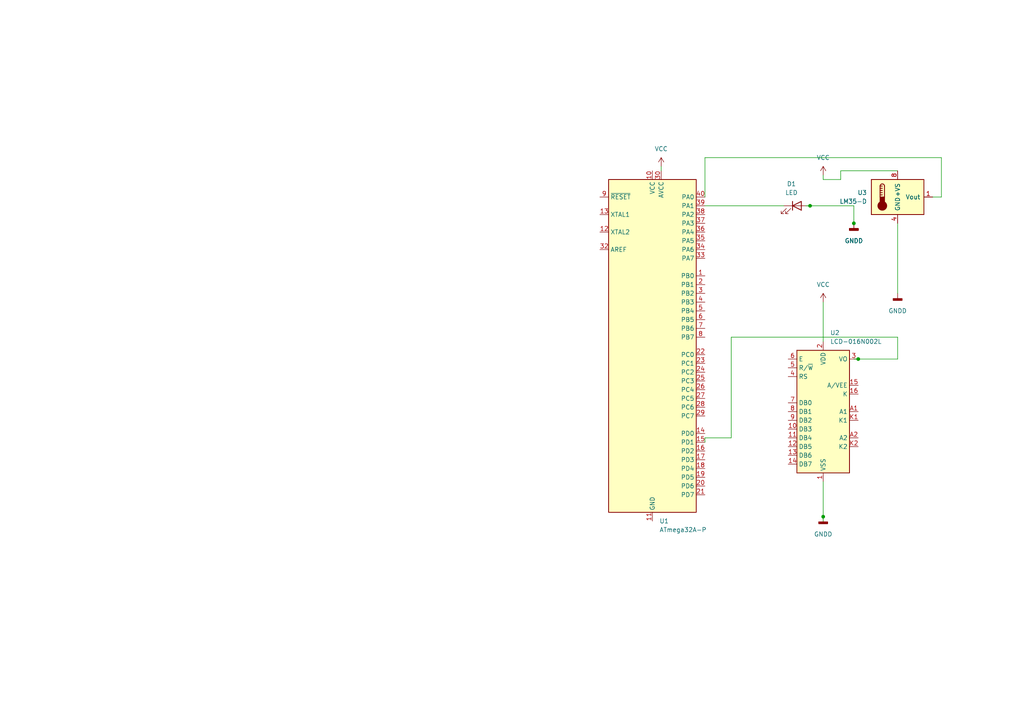
<source format=kicad_sch>
(kicad_sch (version 20211123) (generator eeschema)

  (uuid 1907b513-d066-4ee5-8ff7-835639237757)

  (paper "A4")

  (lib_symbols
    (symbol "Device:LED" (pin_numbers hide) (pin_names (offset 1.016) hide) (in_bom yes) (on_board yes)
      (property "Reference" "D" (id 0) (at 0 2.54 0)
        (effects (font (size 1.27 1.27)))
      )
      (property "Value" "LED" (id 1) (at 0 -2.54 0)
        (effects (font (size 1.27 1.27)))
      )
      (property "Footprint" "" (id 2) (at 0 0 0)
        (effects (font (size 1.27 1.27)) hide)
      )
      (property "Datasheet" "~" (id 3) (at 0 0 0)
        (effects (font (size 1.27 1.27)) hide)
      )
      (property "ki_keywords" "LED diode" (id 4) (at 0 0 0)
        (effects (font (size 1.27 1.27)) hide)
      )
      (property "ki_description" "Light emitting diode" (id 5) (at 0 0 0)
        (effects (font (size 1.27 1.27)) hide)
      )
      (property "ki_fp_filters" "LED* LED_SMD:* LED_THT:*" (id 6) (at 0 0 0)
        (effects (font (size 1.27 1.27)) hide)
      )
      (symbol "LED_0_1"
        (polyline
          (pts
            (xy -1.27 -1.27)
            (xy -1.27 1.27)
          )
          (stroke (width 0.254) (type default) (color 0 0 0 0))
          (fill (type none))
        )
        (polyline
          (pts
            (xy -1.27 0)
            (xy 1.27 0)
          )
          (stroke (width 0) (type default) (color 0 0 0 0))
          (fill (type none))
        )
        (polyline
          (pts
            (xy 1.27 -1.27)
            (xy 1.27 1.27)
            (xy -1.27 0)
            (xy 1.27 -1.27)
          )
          (stroke (width 0.254) (type default) (color 0 0 0 0))
          (fill (type none))
        )
        (polyline
          (pts
            (xy -3.048 -0.762)
            (xy -4.572 -2.286)
            (xy -3.81 -2.286)
            (xy -4.572 -2.286)
            (xy -4.572 -1.524)
          )
          (stroke (width 0) (type default) (color 0 0 0 0))
          (fill (type none))
        )
        (polyline
          (pts
            (xy -1.778 -0.762)
            (xy -3.302 -2.286)
            (xy -2.54 -2.286)
            (xy -3.302 -2.286)
            (xy -3.302 -1.524)
          )
          (stroke (width 0) (type default) (color 0 0 0 0))
          (fill (type none))
        )
      )
      (symbol "LED_1_1"
        (pin passive line (at -3.81 0 0) (length 2.54)
          (name "K" (effects (font (size 1.27 1.27))))
          (number "1" (effects (font (size 1.27 1.27))))
        )
        (pin passive line (at 3.81 0 180) (length 2.54)
          (name "A" (effects (font (size 1.27 1.27))))
          (number "2" (effects (font (size 1.27 1.27))))
        )
      )
    )
    (symbol "Display_Character:LCD-016N002L" (in_bom yes) (on_board yes)
      (property "Reference" "U" (id 0) (at -6.35 18.796 0)
        (effects (font (size 1.27 1.27)))
      )
      (property "Value" "LCD-016N002L" (id 1) (at 8.636 18.796 0)
        (effects (font (size 1.27 1.27)))
      )
      (property "Footprint" "Display:LCD-016N002L" (id 2) (at 0.508 -23.368 0)
        (effects (font (size 1.27 1.27)) hide)
      )
      (property "Datasheet" "http://www.vishay.com/docs/37299/37299.pdf" (id 3) (at 12.7 -7.62 0)
        (effects (font (size 1.27 1.27)) hide)
      )
      (property "ki_keywords" "display LCD dot-matrix" (id 4) (at 0 0 0)
        (effects (font (size 1.27 1.27)) hide)
      )
      (property "ki_description" "LCD 12x2, 8 bit parallel bus, 3V or 5V VDD" (id 5) (at 0 0 0)
        (effects (font (size 1.27 1.27)) hide)
      )
      (property "ki_fp_filters" "*LCD*016N002L*" (id 6) (at 0 0 0)
        (effects (font (size 1.27 1.27)) hide)
      )
      (symbol "LCD-016N002L_1_1"
        (rectangle (start -7.62 17.78) (end 7.62 -17.78)
          (stroke (width 0.254) (type default) (color 0 0 0 0))
          (fill (type background))
        )
        (pin power_in line (at 0 -20.32 90) (length 2.54)
          (name "VSS" (effects (font (size 1.27 1.27))))
          (number "1" (effects (font (size 1.27 1.27))))
        )
        (pin bidirectional line (at -10.16 -5.08 0) (length 2.54)
          (name "DB3" (effects (font (size 1.27 1.27))))
          (number "10" (effects (font (size 1.27 1.27))))
        )
        (pin bidirectional line (at -10.16 -7.62 0) (length 2.54)
          (name "DB4" (effects (font (size 1.27 1.27))))
          (number "11" (effects (font (size 1.27 1.27))))
        )
        (pin bidirectional line (at -10.16 -10.16 0) (length 2.54)
          (name "DB5" (effects (font (size 1.27 1.27))))
          (number "12" (effects (font (size 1.27 1.27))))
        )
        (pin bidirectional line (at -10.16 -12.7 0) (length 2.54)
          (name "DB6" (effects (font (size 1.27 1.27))))
          (number "13" (effects (font (size 1.27 1.27))))
        )
        (pin bidirectional line (at -10.16 -15.24 0) (length 2.54)
          (name "DB7" (effects (font (size 1.27 1.27))))
          (number "14" (effects (font (size 1.27 1.27))))
        )
        (pin power_in line (at 10.16 7.62 180) (length 2.54)
          (name "A/VEE" (effects (font (size 1.27 1.27))))
          (number "15" (effects (font (size 1.27 1.27))))
        )
        (pin power_in line (at 10.16 5.08 180) (length 2.54)
          (name "K" (effects (font (size 1.27 1.27))))
          (number "16" (effects (font (size 1.27 1.27))))
        )
        (pin power_in line (at 0 20.32 270) (length 2.54)
          (name "VDD" (effects (font (size 1.27 1.27))))
          (number "2" (effects (font (size 1.27 1.27))))
        )
        (pin input line (at 10.16 15.24 180) (length 2.54)
          (name "VO" (effects (font (size 1.27 1.27))))
          (number "3" (effects (font (size 1.27 1.27))))
        )
        (pin input line (at -10.16 10.16 0) (length 2.54)
          (name "RS" (effects (font (size 1.27 1.27))))
          (number "4" (effects (font (size 1.27 1.27))))
        )
        (pin input line (at -10.16 12.7 0) (length 2.54)
          (name "R/~{W}" (effects (font (size 1.27 1.27))))
          (number "5" (effects (font (size 1.27 1.27))))
        )
        (pin input line (at -10.16 15.24 0) (length 2.54)
          (name "E" (effects (font (size 1.27 1.27))))
          (number "6" (effects (font (size 1.27 1.27))))
        )
        (pin bidirectional line (at -10.16 2.54 0) (length 2.54)
          (name "DB0" (effects (font (size 1.27 1.27))))
          (number "7" (effects (font (size 1.27 1.27))))
        )
        (pin bidirectional line (at -10.16 0 0) (length 2.54)
          (name "DB1" (effects (font (size 1.27 1.27))))
          (number "8" (effects (font (size 1.27 1.27))))
        )
        (pin bidirectional line (at -10.16 -2.54 0) (length 2.54)
          (name "DB2" (effects (font (size 1.27 1.27))))
          (number "9" (effects (font (size 1.27 1.27))))
        )
        (pin power_in line (at 10.16 0 180) (length 2.54)
          (name "A1" (effects (font (size 1.27 1.27))))
          (number "A1" (effects (font (size 1.27 1.27))))
        )
        (pin power_in line (at 10.16 -7.62 180) (length 2.54)
          (name "A2" (effects (font (size 1.27 1.27))))
          (number "A2" (effects (font (size 1.27 1.27))))
        )
        (pin power_in line (at 10.16 -2.54 180) (length 2.54)
          (name "K1" (effects (font (size 1.27 1.27))))
          (number "K1" (effects (font (size 1.27 1.27))))
        )
        (pin power_in line (at 10.16 -10.16 180) (length 2.54)
          (name "K2" (effects (font (size 1.27 1.27))))
          (number "K2" (effects (font (size 1.27 1.27))))
        )
      )
    )
    (symbol "MCU_Microchip_ATmega:ATmega32A-P" (in_bom yes) (on_board yes)
      (property "Reference" "U" (id 0) (at -12.7 49.53 0)
        (effects (font (size 1.27 1.27)) (justify left bottom))
      )
      (property "Value" "ATmega32A-P" (id 1) (at 2.54 -49.53 0)
        (effects (font (size 1.27 1.27)) (justify left top))
      )
      (property "Footprint" "Package_DIP:DIP-40_W15.24mm" (id 2) (at 0 0 0)
        (effects (font (size 1.27 1.27) italic) hide)
      )
      (property "Datasheet" "http://ww1.microchip.com/downloads/en/DeviceDoc/atmel-8155-8-bit-microcontroller-avr-atmega32a_datasheet.pdf" (id 3) (at 0 0 0)
        (effects (font (size 1.27 1.27)) hide)
      )
      (property "ki_keywords" "AVR 8bit Microcontroller MegaAVR" (id 4) (at 0 0 0)
        (effects (font (size 1.27 1.27)) hide)
      )
      (property "ki_description" "16MHz, 32kB Flash, 2kB SRAM, 1kB EEPROM, JTAG, DIP-40" (id 5) (at 0 0 0)
        (effects (font (size 1.27 1.27)) hide)
      )
      (property "ki_fp_filters" "DIP*W15.24mm*" (id 6) (at 0 0 0)
        (effects (font (size 1.27 1.27)) hide)
      )
      (symbol "ATmega32A-P_0_1"
        (rectangle (start -12.7 -48.26) (end 12.7 48.26)
          (stroke (width 0.254) (type default) (color 0 0 0 0))
          (fill (type background))
        )
      )
      (symbol "ATmega32A-P_1_1"
        (pin bidirectional line (at 15.24 20.32 180) (length 2.54)
          (name "PB0" (effects (font (size 1.27 1.27))))
          (number "1" (effects (font (size 1.27 1.27))))
        )
        (pin power_in line (at 0 50.8 270) (length 2.54)
          (name "VCC" (effects (font (size 1.27 1.27))))
          (number "10" (effects (font (size 1.27 1.27))))
        )
        (pin power_in line (at 0 -50.8 90) (length 2.54)
          (name "GND" (effects (font (size 1.27 1.27))))
          (number "11" (effects (font (size 1.27 1.27))))
        )
        (pin output line (at -15.24 33.02 0) (length 2.54)
          (name "XTAL2" (effects (font (size 1.27 1.27))))
          (number "12" (effects (font (size 1.27 1.27))))
        )
        (pin input line (at -15.24 38.1 0) (length 2.54)
          (name "XTAL1" (effects (font (size 1.27 1.27))))
          (number "13" (effects (font (size 1.27 1.27))))
        )
        (pin bidirectional line (at 15.24 -25.4 180) (length 2.54)
          (name "PD0" (effects (font (size 1.27 1.27))))
          (number "14" (effects (font (size 1.27 1.27))))
        )
        (pin bidirectional line (at 15.24 -27.94 180) (length 2.54)
          (name "PD1" (effects (font (size 1.27 1.27))))
          (number "15" (effects (font (size 1.27 1.27))))
        )
        (pin bidirectional line (at 15.24 -30.48 180) (length 2.54)
          (name "PD2" (effects (font (size 1.27 1.27))))
          (number "16" (effects (font (size 1.27 1.27))))
        )
        (pin bidirectional line (at 15.24 -33.02 180) (length 2.54)
          (name "PD3" (effects (font (size 1.27 1.27))))
          (number "17" (effects (font (size 1.27 1.27))))
        )
        (pin bidirectional line (at 15.24 -35.56 180) (length 2.54)
          (name "PD4" (effects (font (size 1.27 1.27))))
          (number "18" (effects (font (size 1.27 1.27))))
        )
        (pin bidirectional line (at 15.24 -38.1 180) (length 2.54)
          (name "PD5" (effects (font (size 1.27 1.27))))
          (number "19" (effects (font (size 1.27 1.27))))
        )
        (pin bidirectional line (at 15.24 17.78 180) (length 2.54)
          (name "PB1" (effects (font (size 1.27 1.27))))
          (number "2" (effects (font (size 1.27 1.27))))
        )
        (pin bidirectional line (at 15.24 -40.64 180) (length 2.54)
          (name "PD6" (effects (font (size 1.27 1.27))))
          (number "20" (effects (font (size 1.27 1.27))))
        )
        (pin bidirectional line (at 15.24 -43.18 180) (length 2.54)
          (name "PD7" (effects (font (size 1.27 1.27))))
          (number "21" (effects (font (size 1.27 1.27))))
        )
        (pin bidirectional line (at 15.24 -2.54 180) (length 2.54)
          (name "PC0" (effects (font (size 1.27 1.27))))
          (number "22" (effects (font (size 1.27 1.27))))
        )
        (pin bidirectional line (at 15.24 -5.08 180) (length 2.54)
          (name "PC1" (effects (font (size 1.27 1.27))))
          (number "23" (effects (font (size 1.27 1.27))))
        )
        (pin bidirectional line (at 15.24 -7.62 180) (length 2.54)
          (name "PC2" (effects (font (size 1.27 1.27))))
          (number "24" (effects (font (size 1.27 1.27))))
        )
        (pin bidirectional line (at 15.24 -10.16 180) (length 2.54)
          (name "PC3" (effects (font (size 1.27 1.27))))
          (number "25" (effects (font (size 1.27 1.27))))
        )
        (pin bidirectional line (at 15.24 -12.7 180) (length 2.54)
          (name "PC4" (effects (font (size 1.27 1.27))))
          (number "26" (effects (font (size 1.27 1.27))))
        )
        (pin bidirectional line (at 15.24 -15.24 180) (length 2.54)
          (name "PC5" (effects (font (size 1.27 1.27))))
          (number "27" (effects (font (size 1.27 1.27))))
        )
        (pin bidirectional line (at 15.24 -17.78 180) (length 2.54)
          (name "PC6" (effects (font (size 1.27 1.27))))
          (number "28" (effects (font (size 1.27 1.27))))
        )
        (pin bidirectional line (at 15.24 -20.32 180) (length 2.54)
          (name "PC7" (effects (font (size 1.27 1.27))))
          (number "29" (effects (font (size 1.27 1.27))))
        )
        (pin bidirectional line (at 15.24 15.24 180) (length 2.54)
          (name "PB2" (effects (font (size 1.27 1.27))))
          (number "3" (effects (font (size 1.27 1.27))))
        )
        (pin power_in line (at 2.54 50.8 270) (length 2.54)
          (name "AVCC" (effects (font (size 1.27 1.27))))
          (number "30" (effects (font (size 1.27 1.27))))
        )
        (pin passive line (at 0 -50.8 90) (length 2.54) hide
          (name "GND" (effects (font (size 1.27 1.27))))
          (number "31" (effects (font (size 1.27 1.27))))
        )
        (pin passive line (at -15.24 27.94 0) (length 2.54)
          (name "AREF" (effects (font (size 1.27 1.27))))
          (number "32" (effects (font (size 1.27 1.27))))
        )
        (pin bidirectional line (at 15.24 25.4 180) (length 2.54)
          (name "PA7" (effects (font (size 1.27 1.27))))
          (number "33" (effects (font (size 1.27 1.27))))
        )
        (pin bidirectional line (at 15.24 27.94 180) (length 2.54)
          (name "PA6" (effects (font (size 1.27 1.27))))
          (number "34" (effects (font (size 1.27 1.27))))
        )
        (pin bidirectional line (at 15.24 30.48 180) (length 2.54)
          (name "PA5" (effects (font (size 1.27 1.27))))
          (number "35" (effects (font (size 1.27 1.27))))
        )
        (pin bidirectional line (at 15.24 33.02 180) (length 2.54)
          (name "PA4" (effects (font (size 1.27 1.27))))
          (number "36" (effects (font (size 1.27 1.27))))
        )
        (pin bidirectional line (at 15.24 35.56 180) (length 2.54)
          (name "PA3" (effects (font (size 1.27 1.27))))
          (number "37" (effects (font (size 1.27 1.27))))
        )
        (pin bidirectional line (at 15.24 38.1 180) (length 2.54)
          (name "PA2" (effects (font (size 1.27 1.27))))
          (number "38" (effects (font (size 1.27 1.27))))
        )
        (pin bidirectional line (at 15.24 40.64 180) (length 2.54)
          (name "PA1" (effects (font (size 1.27 1.27))))
          (number "39" (effects (font (size 1.27 1.27))))
        )
        (pin bidirectional line (at 15.24 12.7 180) (length 2.54)
          (name "PB3" (effects (font (size 1.27 1.27))))
          (number "4" (effects (font (size 1.27 1.27))))
        )
        (pin bidirectional line (at 15.24 43.18 180) (length 2.54)
          (name "PA0" (effects (font (size 1.27 1.27))))
          (number "40" (effects (font (size 1.27 1.27))))
        )
        (pin bidirectional line (at 15.24 10.16 180) (length 2.54)
          (name "PB4" (effects (font (size 1.27 1.27))))
          (number "5" (effects (font (size 1.27 1.27))))
        )
        (pin bidirectional line (at 15.24 7.62 180) (length 2.54)
          (name "PB5" (effects (font (size 1.27 1.27))))
          (number "6" (effects (font (size 1.27 1.27))))
        )
        (pin bidirectional line (at 15.24 5.08 180) (length 2.54)
          (name "PB6" (effects (font (size 1.27 1.27))))
          (number "7" (effects (font (size 1.27 1.27))))
        )
        (pin bidirectional line (at 15.24 2.54 180) (length 2.54)
          (name "PB7" (effects (font (size 1.27 1.27))))
          (number "8" (effects (font (size 1.27 1.27))))
        )
        (pin input line (at -15.24 43.18 0) (length 2.54)
          (name "~{RESET}" (effects (font (size 1.27 1.27))))
          (number "9" (effects (font (size 1.27 1.27))))
        )
      )
    )
    (symbol "Sensor_Temperature:LM35-D" (pin_names (offset 1.016)) (in_bom yes) (on_board yes)
      (property "Reference" "U" (id 0) (at -6.35 6.35 0)
        (effects (font (size 1.27 1.27)))
      )
      (property "Value" "LM35-D" (id 1) (at 1.27 6.35 0)
        (effects (font (size 1.27 1.27)) (justify left))
      )
      (property "Footprint" "Package_SO:SOIC-8_3.9x4.9mm_P1.27mm" (id 2) (at 0 -10.16 0)
        (effects (font (size 1.27 1.27)) hide)
      )
      (property "Datasheet" "http://www.ti.com/lit/ds/symlink/lm35.pdf" (id 3) (at 0 0 0)
        (effects (font (size 1.27 1.27)) hide)
      )
      (property "ki_keywords" "temperature sensor thermistor" (id 4) (at 0 0 0)
        (effects (font (size 1.27 1.27)) hide)
      )
      (property "ki_description" "Precision centigrade temperature sensor, SOIC-8" (id 5) (at 0 0 0)
        (effects (font (size 1.27 1.27)) hide)
      )
      (property "ki_fp_filters" "SOIC*" (id 6) (at 0 0 0)
        (effects (font (size 1.27 1.27)) hide)
      )
      (symbol "LM35-D_0_1"
        (rectangle (start -7.62 5.08) (end 7.62 -5.08)
          (stroke (width 0.254) (type default) (color 0 0 0 0))
          (fill (type background))
        )
        (circle (center -4.445 -2.54) (radius 1.27)
          (stroke (width 0.254) (type default) (color 0 0 0 0))
          (fill (type outline))
        )
        (rectangle (start -3.81 -1.905) (end -5.08 0)
          (stroke (width 0.254) (type default) (color 0 0 0 0))
          (fill (type outline))
        )
        (arc (start -3.81 3.175) (mid -4.445 3.81) (end -5.08 3.175)
          (stroke (width 0.254) (type default) (color 0 0 0 0))
          (fill (type none))
        )
        (polyline
          (pts
            (xy -5.08 0.635)
            (xy -4.445 0.635)
          )
          (stroke (width 0.254) (type default) (color 0 0 0 0))
          (fill (type none))
        )
        (polyline
          (pts
            (xy -5.08 1.27)
            (xy -4.445 1.27)
          )
          (stroke (width 0.254) (type default) (color 0 0 0 0))
          (fill (type none))
        )
        (polyline
          (pts
            (xy -5.08 1.905)
            (xy -4.445 1.905)
          )
          (stroke (width 0.254) (type default) (color 0 0 0 0))
          (fill (type none))
        )
        (polyline
          (pts
            (xy -5.08 2.54)
            (xy -4.445 2.54)
          )
          (stroke (width 0.254) (type default) (color 0 0 0 0))
          (fill (type none))
        )
        (polyline
          (pts
            (xy -5.08 3.175)
            (xy -5.08 0)
          )
          (stroke (width 0.254) (type default) (color 0 0 0 0))
          (fill (type none))
        )
        (polyline
          (pts
            (xy -5.08 3.175)
            (xy -4.445 3.175)
          )
          (stroke (width 0.254) (type default) (color 0 0 0 0))
          (fill (type none))
        )
        (polyline
          (pts
            (xy -3.81 3.175)
            (xy -3.81 0)
          )
          (stroke (width 0.254) (type default) (color 0 0 0 0))
          (fill (type none))
        )
      )
      (symbol "LM35-D_1_1"
        (pin output line (at 10.16 0 180) (length 2.54)
          (name "Vout" (effects (font (size 1.27 1.27))))
          (number "1" (effects (font (size 1.27 1.27))))
        )
        (pin no_connect line (at -2.54 -7.62 90) (length 2.54) hide
          (name "NC" (effects (font (size 1.27 1.27))))
          (number "2" (effects (font (size 1.27 1.27))))
        )
        (pin no_connect line (at -2.54 7.62 270) (length 2.54) hide
          (name "NC" (effects (font (size 1.27 1.27))))
          (number "3" (effects (font (size 1.27 1.27))))
        )
        (pin power_in line (at 0 -7.62 90) (length 2.54)
          (name "GND" (effects (font (size 1.27 1.27))))
          (number "4" (effects (font (size 1.27 1.27))))
        )
        (pin no_connect line (at 2.54 -7.62 90) (length 2.54) hide
          (name "NC" (effects (font (size 1.27 1.27))))
          (number "5" (effects (font (size 1.27 1.27))))
        )
        (pin no_connect line (at 5.08 -7.62 90) (length 2.54) hide
          (name "NC" (effects (font (size 1.27 1.27))))
          (number "6" (effects (font (size 1.27 1.27))))
        )
        (pin no_connect line (at 10.16 2.54 180) (length 2.54) hide
          (name "NC" (effects (font (size 1.27 1.27))))
          (number "7" (effects (font (size 1.27 1.27))))
        )
        (pin power_in line (at 0 7.62 270) (length 2.54)
          (name "+VS" (effects (font (size 1.27 1.27))))
          (number "8" (effects (font (size 1.27 1.27))))
        )
      )
    )
    (symbol "power:GNDD" (power) (pin_names (offset 0)) (in_bom yes) (on_board yes)
      (property "Reference" "#PWR" (id 0) (at 0 -6.35 0)
        (effects (font (size 1.27 1.27)) hide)
      )
      (property "Value" "GNDD" (id 1) (at 0 -3.175 0)
        (effects (font (size 1.27 1.27)))
      )
      (property "Footprint" "" (id 2) (at 0 0 0)
        (effects (font (size 1.27 1.27)) hide)
      )
      (property "Datasheet" "" (id 3) (at 0 0 0)
        (effects (font (size 1.27 1.27)) hide)
      )
      (property "ki_keywords" "power-flag" (id 4) (at 0 0 0)
        (effects (font (size 1.27 1.27)) hide)
      )
      (property "ki_description" "Power symbol creates a global label with name \"GNDD\" , digital ground" (id 5) (at 0 0 0)
        (effects (font (size 1.27 1.27)) hide)
      )
      (symbol "GNDD_0_1"
        (rectangle (start -1.27 -1.524) (end 1.27 -2.032)
          (stroke (width 0.254) (type default) (color 0 0 0 0))
          (fill (type outline))
        )
        (polyline
          (pts
            (xy 0 0)
            (xy 0 -1.524)
          )
          (stroke (width 0) (type default) (color 0 0 0 0))
          (fill (type none))
        )
      )
      (symbol "GNDD_1_1"
        (pin power_in line (at 0 0 270) (length 0) hide
          (name "GNDD" (effects (font (size 1.27 1.27))))
          (number "1" (effects (font (size 1.27 1.27))))
        )
      )
    )
    (symbol "power:VCC" (power) (pin_names (offset 0)) (in_bom yes) (on_board yes)
      (property "Reference" "#PWR" (id 0) (at 0 -3.81 0)
        (effects (font (size 1.27 1.27)) hide)
      )
      (property "Value" "VCC" (id 1) (at 0 3.81 0)
        (effects (font (size 1.27 1.27)))
      )
      (property "Footprint" "" (id 2) (at 0 0 0)
        (effects (font (size 1.27 1.27)) hide)
      )
      (property "Datasheet" "" (id 3) (at 0 0 0)
        (effects (font (size 1.27 1.27)) hide)
      )
      (property "ki_keywords" "power-flag" (id 4) (at 0 0 0)
        (effects (font (size 1.27 1.27)) hide)
      )
      (property "ki_description" "Power symbol creates a global label with name \"VCC\"" (id 5) (at 0 0 0)
        (effects (font (size 1.27 1.27)) hide)
      )
      (symbol "VCC_0_1"
        (polyline
          (pts
            (xy -0.762 1.27)
            (xy 0 2.54)
          )
          (stroke (width 0) (type default) (color 0 0 0 0))
          (fill (type none))
        )
        (polyline
          (pts
            (xy 0 0)
            (xy 0 2.54)
          )
          (stroke (width 0) (type default) (color 0 0 0 0))
          (fill (type none))
        )
        (polyline
          (pts
            (xy 0 2.54)
            (xy 0.762 1.27)
          )
          (stroke (width 0) (type default) (color 0 0 0 0))
          (fill (type none))
        )
      )
      (symbol "VCC_1_1"
        (pin power_in line (at 0 0 90) (length 0) hide
          (name "VCC" (effects (font (size 1.27 1.27))))
          (number "1" (effects (font (size 1.27 1.27))))
        )
      )
    )
  )

  (junction (at 238.76 149.86) (diameter 0) (color 0 0 0 0)
    (uuid 0085f2ee-382c-44aa-bfe6-6ee5769e2a75)
  )
  (junction (at 247.65 64.77) (diameter 0) (color 0 0 0 0)
    (uuid 7246a28e-0793-4cbb-b54e-b6c969903802)
  )
  (junction (at 248.92 104.14) (diameter 0) (color 0 0 0 0)
    (uuid e953a9dd-f460-455f-a549-0227eb43bbe5)
  )
  (junction (at 234.95 59.69) (diameter 0) (color 0 0 0 0)
    (uuid f922edae-d22d-4ffd-bce1-2cba9b984809)
  )

  (wire (pts (xy 238.76 87.63) (xy 238.76 99.06))
    (stroke (width 0) (type default) (color 0 0 0 0))
    (uuid 094f205b-b8ae-4398-b6b8-f49a1dc3c69b)
  )
  (wire (pts (xy 204.47 127) (xy 204.47 128.27))
    (stroke (width 0) (type default) (color 0 0 0 0))
    (uuid 1181a47f-4147-43ab-a8e4-640bff391c84)
  )
  (wire (pts (xy 238.76 149.86) (xy 238.76 151.13))
    (stroke (width 0) (type default) (color 0 0 0 0))
    (uuid 352bb6e0-a6e1-433c-a506-9084f9af2dfb)
  )
  (wire (pts (xy 212.09 97.79) (xy 212.09 127))
    (stroke (width 0) (type default) (color 0 0 0 0))
    (uuid 457ff3f7-58ce-4de7-878b-5c7ba0ae610d)
  )
  (wire (pts (xy 273.05 57.15) (xy 273.05 45.72))
    (stroke (width 0) (type default) (color 0 0 0 0))
    (uuid 488128e7-a4ff-4ea4-ba4f-0deb7707815e)
  )
  (wire (pts (xy 247.65 104.14) (xy 248.92 104.14))
    (stroke (width 0) (type default) (color 0 0 0 0))
    (uuid 4f338d86-8867-4360-bcf6-4eacb1083c16)
  )
  (wire (pts (xy 191.77 48.26) (xy 191.77 49.53))
    (stroke (width 0) (type default) (color 0 0 0 0))
    (uuid 50ab3116-bd2a-4f51-be80-bda75672986a)
  )
  (wire (pts (xy 270.51 57.15) (xy 273.05 57.15))
    (stroke (width 0) (type default) (color 0 0 0 0))
    (uuid 5d0ce5c2-b5cf-41b5-9b34-7ed2d059a925)
  )
  (wire (pts (xy 243.84 49.53) (xy 260.35 49.53))
    (stroke (width 0) (type default) (color 0 0 0 0))
    (uuid 60a8fd5c-0266-4b58-aac4-dacfefdd0ca5)
  )
  (wire (pts (xy 273.05 45.72) (xy 204.47 45.72))
    (stroke (width 0) (type default) (color 0 0 0 0))
    (uuid 6361bbda-c19c-4272-83eb-38147428de52)
  )
  (wire (pts (xy 243.84 49.53) (xy 243.84 52.07))
    (stroke (width 0) (type default) (color 0 0 0 0))
    (uuid 6689c35b-69d1-4a2a-899e-d6b4cec647bc)
  )
  (wire (pts (xy 248.92 104.14) (xy 260.35 104.14))
    (stroke (width 0) (type default) (color 0 0 0 0))
    (uuid 677d1555-6181-4f9c-96df-499fbd15bf70)
  )
  (wire (pts (xy 204.47 45.72) (xy 204.47 57.15))
    (stroke (width 0) (type default) (color 0 0 0 0))
    (uuid 7407f058-7ea1-498f-8d59-bc3c6c8b2cb3)
  )
  (wire (pts (xy 260.35 104.14) (xy 260.35 97.79))
    (stroke (width 0) (type default) (color 0 0 0 0))
    (uuid 79e87b4b-071d-47a4-9c5b-9547f4dadddb)
  )
  (wire (pts (xy 247.65 64.77) (xy 247.65 59.69))
    (stroke (width 0) (type default) (color 0 0 0 0))
    (uuid 8e10bac1-f142-4775-8fbf-ad152f412228)
  )
  (wire (pts (xy 238.76 139.7) (xy 238.76 149.86))
    (stroke (width 0) (type default) (color 0 0 0 0))
    (uuid 93dc62fe-7714-43ea-a4fb-50527cba804a)
  )
  (wire (pts (xy 238.76 50.8) (xy 238.76 52.07))
    (stroke (width 0) (type default) (color 0 0 0 0))
    (uuid 970ea3f4-166b-4153-a615-d3f4c5f5c8e4)
  )
  (wire (pts (xy 204.47 59.69) (xy 227.33 59.69))
    (stroke (width 0) (type default) (color 0 0 0 0))
    (uuid 9d83af1f-fb13-48f2-8638-1537ce96668d)
  )
  (wire (pts (xy 212.09 127) (xy 204.47 127))
    (stroke (width 0) (type default) (color 0 0 0 0))
    (uuid 9e38c91f-eb4f-49da-a3e1-26700694c458)
  )
  (wire (pts (xy 234.95 59.69) (xy 247.65 59.69))
    (stroke (width 0) (type default) (color 0 0 0 0))
    (uuid b06d4049-4be2-49f0-9b06-e7a7a4726ce6)
  )
  (wire (pts (xy 260.35 85.09) (xy 260.35 64.77))
    (stroke (width 0) (type default) (color 0 0 0 0))
    (uuid be111b54-7d22-4daa-b11b-4da16e31d681)
  )
  (wire (pts (xy 233.68 59.69) (xy 234.95 59.69))
    (stroke (width 0) (type default) (color 0 0 0 0))
    (uuid c4a56153-ce8b-4417-8b56-fa38a3cc6134)
  )
  (wire (pts (xy 238.76 52.07) (xy 243.84 52.07))
    (stroke (width 0) (type default) (color 0 0 0 0))
    (uuid f72998c3-5666-414e-a2ee-462f103b3be8)
  )
  (wire (pts (xy 260.35 97.79) (xy 212.09 97.79))
    (stroke (width 0) (type default) (color 0 0 0 0))
    (uuid fcc90464-ea32-4a18-ab83-0c191011daf8)
  )

  (symbol (lib_id "power:GNDD") (at 238.76 149.86 0) (unit 1)
    (in_bom yes) (on_board yes) (fields_autoplaced)
    (uuid 16dc4e44-46ba-42e1-8170-3053a5ae5e63)
    (property "Reference" "#PWR0105" (id 0) (at 238.76 156.21 0)
      (effects (font (size 1.27 1.27)) hide)
    )
    (property "Value" "GNDD" (id 1) (at 238.76 154.94 0))
    (property "Footprint" "" (id 2) (at 238.76 149.86 0)
      (effects (font (size 1.27 1.27)) hide)
    )
    (property "Datasheet" "" (id 3) (at 238.76 149.86 0)
      (effects (font (size 1.27 1.27)) hide)
    )
    (pin "1" (uuid acfabde4-bf93-49ff-bedd-617a5724c657))
  )

  (symbol (lib_id "power:VCC") (at 191.77 48.26 0) (unit 1)
    (in_bom yes) (on_board yes) (fields_autoplaced)
    (uuid 41e309ae-2122-41c9-a298-99294c989270)
    (property "Reference" "#PWR0102" (id 0) (at 191.77 52.07 0)
      (effects (font (size 1.27 1.27)) hide)
    )
    (property "Value" "VCC" (id 1) (at 191.77 43.18 0))
    (property "Footprint" "" (id 2) (at 191.77 48.26 0)
      (effects (font (size 1.27 1.27)) hide)
    )
    (property "Datasheet" "" (id 3) (at 191.77 48.26 0)
      (effects (font (size 1.27 1.27)) hide)
    )
    (pin "1" (uuid 92abe2ce-67e9-4247-baca-e34d95490495))
  )

  (symbol (lib_id "Sensor_Temperature:LM35-D") (at 260.35 57.15 0) (unit 1)
    (in_bom yes) (on_board yes)
    (uuid 56365368-da4e-4949-a421-5c0ce8e9caa9)
    (property "Reference" "U3" (id 0) (at 251.46 55.8799 0)
      (effects (font (size 1.27 1.27)) (justify right))
    )
    (property "Value" "LM35-D" (id 1) (at 251.46 58.4199 0)
      (effects (font (size 1.27 1.27)) (justify right))
    )
    (property "Footprint" "Package_SO:SOIC-8_3.9x4.9mm_P1.27mm" (id 2) (at 260.35 67.31 0)
      (effects (font (size 1.27 1.27)) hide)
    )
    (property "Datasheet" "http://www.ti.com/lit/ds/symlink/lm35.pdf" (id 3) (at 260.35 57.15 0)
      (effects (font (size 1.27 1.27)) hide)
    )
    (pin "1" (uuid e0440404-730d-4735-acdf-602afa4a84a9))
    (pin "2" (uuid cce812f3-7a5f-4cfc-923d-3130b4faf23f))
    (pin "3" (uuid 485a57e0-ef99-4904-a7a5-eebbc26775a1))
    (pin "4" (uuid af47e159-8452-480f-b91a-c09f004e24f9))
    (pin "5" (uuid c84295e2-31b2-4a78-856a-9ecf05559a39))
    (pin "6" (uuid 6c939e4b-2a37-432f-b395-b54f8603584e))
    (pin "7" (uuid c5b6add6-611c-4163-a13d-b0942acce98b))
    (pin "8" (uuid 0630583f-c880-4d69-9cb9-833376dbb751))
  )

  (symbol (lib_id "power:GNDD") (at 247.65 64.77 0) (unit 1)
    (in_bom yes) (on_board yes) (fields_autoplaced)
    (uuid 5acea54f-a7f2-4d29-b4dd-7f2aab35398d)
    (property "Reference" "#PWR0103" (id 0) (at 247.65 71.12 0)
      (effects (font (size 1.27 1.27)) hide)
    )
    (property "Value" "GNDD" (id 1) (at 247.65 69.85 0))
    (property "Footprint" "" (id 2) (at 247.65 64.77 0)
      (effects (font (size 1.27 1.27)) hide)
    )
    (property "Datasheet" "" (id 3) (at 247.65 64.77 0)
      (effects (font (size 1.27 1.27)) hide)
    )
    (pin "1" (uuid 52d0ba02-85af-42ff-a6f2-cdd8791a86f3))
  )

  (symbol (lib_id "MCU_Microchip_ATmega:ATmega32A-P") (at 189.23 100.33 0) (unit 1)
    (in_bom yes) (on_board yes) (fields_autoplaced)
    (uuid 5bf8071a-0eb6-4902-ae25-6f912785b206)
    (property "Reference" "U1" (id 0) (at 191.2494 151.13 0)
      (effects (font (size 1.27 1.27)) (justify left))
    )
    (property "Value" "ATmega32A-P" (id 1) (at 191.2494 153.67 0)
      (effects (font (size 1.27 1.27)) (justify left))
    )
    (property "Footprint" "Package_DIP:DIP-40_W15.24mm" (id 2) (at 189.23 100.33 0)
      (effects (font (size 1.27 1.27) italic) hide)
    )
    (property "Datasheet" "http://ww1.microchip.com/downloads/en/DeviceDoc/atmel-8155-8-bit-microcontroller-avr-atmega32a_datasheet.pdf" (id 3) (at 189.23 100.33 0)
      (effects (font (size 1.27 1.27)) hide)
    )
    (pin "1" (uuid 08f20868-fee7-4729-8119-34eae4dabc87))
    (pin "10" (uuid 400640b3-2052-411d-9feb-7c74fc4518f7))
    (pin "11" (uuid a0721334-940e-4651-9a08-c68bc139fb65))
    (pin "12" (uuid ef2b620a-546c-48ed-9800-78326df61869))
    (pin "13" (uuid 95d8238b-0402-4ddf-9205-512ab27e5ba5))
    (pin "14" (uuid a92b7598-3a0f-4c8b-94fb-d68d745032e8))
    (pin "15" (uuid d5135f60-d4c9-44d8-843c-59f5b968d788))
    (pin "16" (uuid a1325fee-31d0-4aeb-bd73-9845e67e035b))
    (pin "17" (uuid ed624563-8e9f-4a7a-b511-0757711042c3))
    (pin "18" (uuid 4d1eded5-1c67-43be-b1f8-5c1b66f0b131))
    (pin "19" (uuid b3aa3122-9061-4463-a71d-7eeb1e45a1d2))
    (pin "2" (uuid 73e6c48f-203f-4716-a8df-0c38751a4e10))
    (pin "20" (uuid 40e970b8-a226-45c2-bb04-e85929fc97c7))
    (pin "21" (uuid 0273af20-c133-4f84-a30c-658da2d361cc))
    (pin "22" (uuid 8714d431-2623-4af4-bb05-3a9e5b6ca5f7))
    (pin "23" (uuid 279ff1ab-4ce5-484d-8605-626242670399))
    (pin "24" (uuid 83f687ee-03c5-4c51-bba2-3b1da9847408))
    (pin "25" (uuid 76d67b6c-2066-4409-bb13-dcc3de641d3f))
    (pin "26" (uuid eeee23e5-55c1-447e-8f4d-c492ef3fbe4b))
    (pin "27" (uuid df93f69b-d916-4d8b-adbf-416b7d930d9d))
    (pin "28" (uuid 21ab179f-5b0b-469d-a14b-2dc57ca8f5ca))
    (pin "29" (uuid 88de2d69-3c1d-4477-9773-0bc6a1c6878e))
    (pin "3" (uuid c88fc892-adf2-4f2d-8173-90e1847fdc11))
    (pin "30" (uuid ecafeb28-d197-408c-ae51-e791cae7d9fb))
    (pin "31" (uuid e7b71051-f4dd-4d87-8cd2-1665e4bebabe))
    (pin "32" (uuid c8f336fa-a6fc-44b8-a00a-ffb326031807))
    (pin "33" (uuid 1168fcfe-99bf-4b15-92e6-1ee23e91429d))
    (pin "34" (uuid 3aad9277-353e-404a-af28-906b39851d0c))
    (pin "35" (uuid 5c9312ab-828f-4c02-8bf5-2b836415ee7b))
    (pin "36" (uuid 5572bdfb-cfb2-4d42-87ef-e233baa11e5f))
    (pin "37" (uuid 597b34e5-1152-4b16-bc05-435ae77581ef))
    (pin "38" (uuid 59f8eed2-57ed-4479-aaa6-98cf798cacb5))
    (pin "39" (uuid 4586fa47-c187-41ba-922f-51c517dad073))
    (pin "4" (uuid 6f7e67a1-93e9-46fa-b8ae-debb611d728f))
    (pin "40" (uuid 1f594095-5d78-496a-9341-5ac776ea58c5))
    (pin "5" (uuid f3e1b2e2-8b61-4c0a-9a6e-46f0d40ed4cc))
    (pin "6" (uuid 59a3240d-7a08-4ad5-a8e5-452f52b3a8c5))
    (pin "7" (uuid 7da4022d-7046-4732-b7c3-b4568df05d3a))
    (pin "8" (uuid a6390e51-8bb2-4d84-9169-fe4ae7c5fd6e))
    (pin "9" (uuid dba65b08-9131-4784-9ef5-812f5e03573d))
  )

  (symbol (lib_id "power:GNDD") (at 260.35 85.09 0) (unit 1)
    (in_bom yes) (on_board yes) (fields_autoplaced)
    (uuid 9f8070c9-c53e-4bdd-a3b6-1875d76c3ece)
    (property "Reference" "#PWR0106" (id 0) (at 260.35 91.44 0)
      (effects (font (size 1.27 1.27)) hide)
    )
    (property "Value" "GNDD" (id 1) (at 260.35 90.17 0))
    (property "Footprint" "" (id 2) (at 260.35 85.09 0)
      (effects (font (size 1.27 1.27)) hide)
    )
    (property "Datasheet" "" (id 3) (at 260.35 85.09 0)
      (effects (font (size 1.27 1.27)) hide)
    )
    (pin "1" (uuid ccc45e20-dcbd-4dd5-bd73-8fb741888e77))
  )

  (symbol (lib_id "power:VCC") (at 238.76 50.8 0) (unit 1)
    (in_bom yes) (on_board yes) (fields_autoplaced)
    (uuid b1b3918a-eb87-4efc-989b-942726832ef4)
    (property "Reference" "#PWR0101" (id 0) (at 238.76 54.61 0)
      (effects (font (size 1.27 1.27)) hide)
    )
    (property "Value" "VCC" (id 1) (at 238.76 45.72 0))
    (property "Footprint" "" (id 2) (at 238.76 50.8 0)
      (effects (font (size 1.27 1.27)) hide)
    )
    (property "Datasheet" "" (id 3) (at 238.76 50.8 0)
      (effects (font (size 1.27 1.27)) hide)
    )
    (pin "1" (uuid dcd2cbea-d00f-48ec-bc1d-7aaff1528af8))
  )

  (symbol (lib_id "power:GNDD") (at 247.65 64.77 0) (unit 1)
    (in_bom yes) (on_board yes) (fields_autoplaced)
    (uuid b9842dac-9bd6-42d1-a4a8-e0a9ad600876)
    (property "Reference" "#PWR0104" (id 0) (at 247.65 71.12 0)
      (effects (font (size 1.27 1.27)) hide)
    )
    (property "Value" "GNDD" (id 1) (at 247.65 69.85 0))
    (property "Footprint" "" (id 2) (at 247.65 64.77 0)
      (effects (font (size 1.27 1.27)) hide)
    )
    (property "Datasheet" "" (id 3) (at 247.65 64.77 0)
      (effects (font (size 1.27 1.27)) hide)
    )
    (pin "1" (uuid 24d11849-a5e0-491f-ba16-a86c95990458))
  )

  (symbol (lib_id "power:VCC") (at 238.76 87.63 0) (unit 1)
    (in_bom yes) (on_board yes) (fields_autoplaced)
    (uuid d7f23c48-8aeb-41e2-b8ca-3a642220c4a5)
    (property "Reference" "#PWR0107" (id 0) (at 238.76 91.44 0)
      (effects (font (size 1.27 1.27)) hide)
    )
    (property "Value" "VCC" (id 1) (at 238.76 82.55 0))
    (property "Footprint" "" (id 2) (at 238.76 87.63 0)
      (effects (font (size 1.27 1.27)) hide)
    )
    (property "Datasheet" "" (id 3) (at 238.76 87.63 0)
      (effects (font (size 1.27 1.27)) hide)
    )
    (pin "1" (uuid 3c364330-6b81-4e39-b1f1-b8ffc9ecada5))
  )

  (symbol (lib_id "Device:LED") (at 231.14 59.69 0) (unit 1)
    (in_bom yes) (on_board yes) (fields_autoplaced)
    (uuid db208d3c-cff9-4ff3-b689-62ca82b21a1a)
    (property "Reference" "D1" (id 0) (at 229.5525 53.34 0))
    (property "Value" "LED" (id 1) (at 229.5525 55.88 0))
    (property "Footprint" "" (id 2) (at 231.14 59.69 0)
      (effects (font (size 1.27 1.27)) hide)
    )
    (property "Datasheet" "~" (id 3) (at 231.14 59.69 0)
      (effects (font (size 1.27 1.27)) hide)
    )
    (pin "1" (uuid 222ec5ea-5224-4d83-a1de-339127f03f95))
    (pin "2" (uuid e73de56e-b977-4e6c-9205-a0047bcb8054))
  )

  (symbol (lib_id "Display_Character:LCD-016N002L") (at 238.76 119.38 0) (unit 1)
    (in_bom yes) (on_board yes) (fields_autoplaced)
    (uuid fd7f632b-ee5f-4cbe-a197-8fb3b68272a2)
    (property "Reference" "U2" (id 0) (at 240.7794 96.52 0)
      (effects (font (size 1.27 1.27)) (justify left))
    )
    (property "Value" "LCD-016N002L" (id 1) (at 240.7794 99.06 0)
      (effects (font (size 1.27 1.27)) (justify left))
    )
    (property "Footprint" "Display:LCD-016N002L" (id 2) (at 239.268 142.748 0)
      (effects (font (size 1.27 1.27)) hide)
    )
    (property "Datasheet" "http://www.vishay.com/docs/37299/37299.pdf" (id 3) (at 251.46 127 0)
      (effects (font (size 1.27 1.27)) hide)
    )
    (pin "1" (uuid fcf65731-b5f8-49d6-92d3-7be9ecceb815))
    (pin "10" (uuid 98090c07-bc81-49f4-b2b9-2288911ad452))
    (pin "11" (uuid 5b52ecd0-cf2f-48b2-a2fd-d662b6af87c5))
    (pin "12" (uuid 628618ee-20a5-45f5-9bac-7f53dbe84a86))
    (pin "13" (uuid e476bae5-f580-4b9d-ac6b-0c56f8a1abcf))
    (pin "14" (uuid c2e34d4d-acd3-45fa-b981-99f0359885a3))
    (pin "15" (uuid 973398eb-ff61-4e14-bf5d-1e9428bf48e9))
    (pin "16" (uuid fbfaa735-bcf6-4f7c-b083-35e087b581ff))
    (pin "2" (uuid db3d128c-4674-475e-ac15-5402e647fa62))
    (pin "3" (uuid 1409c1f6-817b-49b5-a566-afcc8320b909))
    (pin "4" (uuid 508443c6-1e72-4aaa-9e93-836709043631))
    (pin "5" (uuid 8d6eaf7e-f0ff-4976-8914-1ea2c518c515))
    (pin "6" (uuid df4c7551-850d-4291-ab03-3a6cecd004b8))
    (pin "7" (uuid 0283c50f-13d1-4879-8b8d-223896528e65))
    (pin "8" (uuid c30c17f5-07da-4759-bbd6-0dcc49581200))
    (pin "9" (uuid 260da779-27b3-46bb-9279-17870a4d3ace))
    (pin "A1" (uuid a1c79ab4-f592-4c8c-a6e7-ac49a3bcbc9c))
    (pin "A2" (uuid cd0f44e9-2610-487e-a16f-bc49c194d9b6))
    (pin "K1" (uuid 52a99b5d-3c44-4f84-aaa9-f4717ddb64d0))
    (pin "K2" (uuid 123cad3b-497c-4810-b478-443256523d99))
  )

  (sheet_instances
    (path "/" (page "1"))
  )

  (symbol_instances
    (path "/b1b3918a-eb87-4efc-989b-942726832ef4"
      (reference "#PWR0101") (unit 1) (value "VCC") (footprint "")
    )
    (path "/41e309ae-2122-41c9-a298-99294c989270"
      (reference "#PWR0102") (unit 1) (value "VCC") (footprint "")
    )
    (path "/5acea54f-a7f2-4d29-b4dd-7f2aab35398d"
      (reference "#PWR0103") (unit 1) (value "GNDD") (footprint "")
    )
    (path "/b9842dac-9bd6-42d1-a4a8-e0a9ad600876"
      (reference "#PWR0104") (unit 1) (value "GNDD") (footprint "")
    )
    (path "/16dc4e44-46ba-42e1-8170-3053a5ae5e63"
      (reference "#PWR0105") (unit 1) (value "GNDD") (footprint "")
    )
    (path "/9f8070c9-c53e-4bdd-a3b6-1875d76c3ece"
      (reference "#PWR0106") (unit 1) (value "GNDD") (footprint "")
    )
    (path "/d7f23c48-8aeb-41e2-b8ca-3a642220c4a5"
      (reference "#PWR0107") (unit 1) (value "VCC") (footprint "")
    )
    (path "/db208d3c-cff9-4ff3-b689-62ca82b21a1a"
      (reference "D1") (unit 1) (value "LED") (footprint "")
    )
    (path "/5bf8071a-0eb6-4902-ae25-6f912785b206"
      (reference "U1") (unit 1) (value "ATmega32A-P") (footprint "Package_DIP:DIP-40_W15.24mm")
    )
    (path "/fd7f632b-ee5f-4cbe-a197-8fb3b68272a2"
      (reference "U2") (unit 1) (value "LCD-016N002L") (footprint "Display:LCD-016N002L")
    )
    (path "/56365368-da4e-4949-a421-5c0ce8e9caa9"
      (reference "U3") (unit 1) (value "LM35-D") (footprint "Package_SO:SOIC-8_3.9x4.9mm_P1.27mm")
    )
  )
)

</source>
